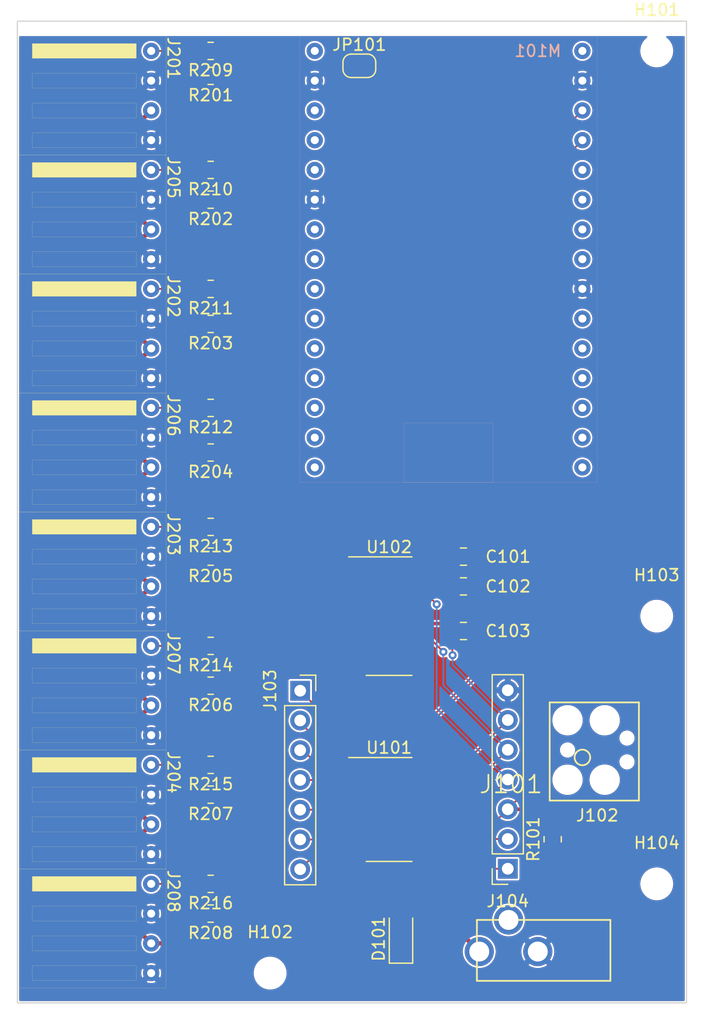
<source format=kicad_pcb>
(kicad_pcb (version 20211014) (generator pcbnew)
  (layers (0 "F.Cu" signal) (31 "B.Cu" signal) (34 "B.Paste" user) (35 "F.Paste" user) (36 "B.SilkS" user "B.Silkscreen") (37 "F.SilkS" user "F.Silkscreen") (38 "B.Mask" user) (39 "F.Mask" user) (44 "Edge.Cuts" user))
  (net 0 "")
  (net 1 "/VDD")
  (net 2 "GND")
  (net 3 "/PA3_LATCH")
  (net 4 "/5V_OUT")
  (net 6 "/PA0_PDI")
  (net 10 "/PA4_~{ENABLE}")
  (net 11 "/PA5")
  (net 12 "/PA6")
  (net 13 "/PA7")
  (net 14 "/PB3_RxD")
  (net 15 "/PB2_TxD")
  (net 16 "/PB1")
  (net 17 "/PB0")
  (net 18 "/PA1_DATA")
  (net 19 "/PA2_CLK")
  (net 20 "/Channels/NP_DATA_0")
  (net 21 "/Channels/NP_DATA_2")
  (net 22 "/Channels/NP_DATA_4")
  (net 23 "/Channels/NP_DATA_6")
  (net 24 "/Channels/NP_DATA_1")
  (net 25 "/Channels/NP_DATA_3")
  (net 26 "/Channels/NP_DATA_5")
  (net 27 "/Channels/NP_DATA_7")
  (net 28 "Net-(JP101-Pad1)")
  (net 52 "/CHANNEL_0")
  (net 53 "/CHANNEL_1")
  (net 54 "/CHANNEL_2")
  (net 55 "/CHANNEL_3")
  (net 56 "/CHANNEL_4")
  (net 57 "/CHANNEL_5")
  (net 58 "/CHANNEL_6")
  (net 59 "/CHANNEL_7")
  (footprint "Resistor_SMD:R_0805_2012Metric" (layer "F.Cu") (at 110.49 49.53 180)
    (fp_text reference "R210" (at 0 -1.65) (layer "F.SilkS"))
    (fp_text value "470")
    (pad "1" smd roundrect (at -0.9125 0 180) (size 1.025 1.4) (layers "F.Cu" "F.Paste" "F.Mask") (roundrect_rratio 0.243902) (net 53 "/CHANNEL_1"))
    (pad "2" smd roundrect (at 0.9125 0 180) (size 1.025 1.4) (layers "F.Cu" "F.Paste" "F.Mask") (roundrect_rratio 0.243902) (net 24 "/Channels/NP_DATA_1"))
  )
  (footprint "Package_SO:SOIC-16_3.9x9.9mm_P1.27mm" (layer "F.Cu") (at 125.73 87.63)
    (fp_text reference "U102" (at 0 -5.9) (layer "F.SilkS"))
    (fp_text value "74LS595")
    (pad "1" smd roundrect (at -2.475 -4.445) (size 1.95 0.6) (layers "F.Cu" "F.Paste" "F.Mask") (net 53 "/CHANNEL_1"))
    (pad "2" smd roundrect (at -2.475 -3.175) (size 1.95 0.6) (layers "F.Cu" "F.Paste" "F.Mask") (net 54 "/CHANNEL_2"))
    (pad "3" smd roundrect (at -2.475 -1.905) (size 1.95 0.6) (layers "F.Cu" "F.Paste" "F.Mask") (net 55 "/CHANNEL_3"))
    (pad "4" smd roundrect (at -2.475 -0.635) (size 1.95 0.6) (layers "F.Cu" "F.Paste" "F.Mask") (net 56 "/CHANNEL_4"))
    (pad "5" smd roundrect (at -2.475 0.635) (size 1.95 0.6) (layers "F.Cu" "F.Paste" "F.Mask") (net 57 "/CHANNEL_5"))
    (pad "6" smd roundrect (at -2.475 1.905) (size 1.95 0.6) (layers "F.Cu" "F.Paste" "F.Mask") (net 58 "/CHANNEL_6"))
    (pad "7" smd roundrect (at -2.475 3.175) (size 1.95 0.6) (layers "F.Cu" "F.Paste" "F.Mask") (net 59 "/CHANNEL_7"))
    (pad "8" smd roundrect (at -2.475 4.445) (size 1.95 0.6) (layers "F.Cu" "F.Paste" "F.Mask") (net 2 "GND"))
    (pad "9" smd roundrect (at 2.475 4.445) (size 1.95 0.6) (layers "F.Cu" "F.Paste" "F.Mask"))
    (pad "10" smd roundrect (at 2.475 3.175) (size 1.95 0.6) (layers "F.Cu" "F.Paste" "F.Mask") (net 1 "/VDD"))
    (pad "11" smd roundrect (at 2.475 1.905) (size 1.95 0.6) (layers "F.Cu" "F.Paste" "F.Mask") (net 19 "/PA2_CLK"))
    (pad "12" smd roundrect (at 2.475 0.635) (size 1.95 0.6) (layers "F.Cu" "F.Paste" "F.Mask") (net 3 "/PA3_LATCH"))
    (pad "13" smd roundrect (at 2.475 -0.635) (size 1.95 0.6) (layers "F.Cu" "F.Paste" "F.Mask") (net 10 "/PA4_~{ENABLE}"))
    (pad "14" smd roundrect (at 2.475 -1.905) (size 1.95 0.6) (layers "F.Cu" "F.Paste" "F.Mask") (net 18 "/PA1_DATA"))
    (pad "15" smd roundrect (at 2.475 -3.175) (size 1.95 0.6) (layers "F.Cu" "F.Paste" "F.Mask") (net 52 "/CHANNEL_0"))
    (pad "16" smd roundrect (at 2.475 -4.445) (size 1.95 0.6) (layers "F.Cu" "F.Paste" "F.Mask") (net 1 "/VDD"))
  )
  (footprint "Connector_PinSocket_2.54mm:PinSocket_1x07_P2.54mm_Vertical" (layer "F.Cu") (at 135.865 109.2 180)
    (fp_text reference "J104" (at 0 -2.77) (layer "F.SilkS"))
    (fp_text value "Conn_01x07_Female")
    (pad "1" thru_hole rect (at 0 0 180) (size 1.7 1.7) (drill 1) (layers *.Cu *.Mask) (net 16 "/PB1"))
    (pad "2" thru_hole oval (at 0 2.54 180) (size 1.7 1.7) (drill 1) (layers *.Cu *.Mask) (net 17 "/PB0"))
    (pad "3" thru_hole oval (at 0 5.08 180) (size 1.7 1.7) (drill 1) (layers *.Cu *.Mask) (net 6 "/PA0_PDI"))
    (pad "4" thru_hole oval (at 0 7.62 180) (size 1.7 1.7) (drill 1) (layers *.Cu *.Mask) (net 18 "/PA1_DATA"))
    (pad "5" thru_hole oval (at 0 10.16 180) (size 1.7 1.7) (drill 1) (layers *.Cu *.Mask) (net 19 "/PA2_CLK"))
    (pad "6" thru_hole oval (at 0 12.7 180) (size 1.7 1.7) (drill 1) (layers *.Cu *.Mask) (net 3 "/PA3_LATCH"))
    (pad "7" thru_hole oval (at 0 15.24 180) (size 1.7 1.7) (drill 1) (layers *.Cu *.Mask) (net 2 "GND"))
  )
  (footprint "advent_sternla:CONN_ANGLED_4_2.54" (layer "F.Cu") (at 105.41 39.37 -90)
    (fp_text reference "J201" (at 0.635 -1.905 -90 unlocked) (layer "F.SilkS"))
    (fp_text value "Strip 0")
    (pad "1" thru_hole circle (at 0 0 270) (size 1.397 1.397) (drill 0.6858) (layers *.Cu *.Mask) (net 20 "/Channels/NP_DATA_0"))
    (pad "2" thru_hole circle (at 2.54 0 270) (size 1.397 1.397) (drill 0.6858) (layers *.Cu *.Mask) (net 2 "GND"))
    (pad "3" thru_hole circle (at 5.08 0 270) (size 1.397 1.397) (drill 0.6858) (layers *.Cu *.Mask) (net 4 "/5V_OUT"))
    (pad "4" thru_hole circle (at 7.62 0 270) (size 1.397 1.397) (drill 0.6858) (layers *.Cu *.Mask) (net 2 "GND"))
  )
  (footprint "Resistor_SMD:R_0805_2012Metric" (layer "F.Cu") (at 110.49 82.55 180)
    (fp_text reference "R205" (at 0 -1.65) (layer "F.SilkS"))
    (fp_text value "10k")
    (pad "1" smd roundrect (at -0.9125 0 180) (size 1.025 1.4) (layers "F.Cu" "F.Paste" "F.Mask") (roundrect_rratio 0.243902) (net 56 "/CHANNEL_4"))
    (pad "2" smd roundrect (at 0.9125 0 180) (size 1.025 1.4) (layers "F.Cu" "F.Paste" "F.Mask") (roundrect_rratio 0.243902) (net 2 "GND"))
  )
  (footprint "MountingHole:MountingHole_2.5mm" (layer "F.Cu") (at 115.57 118.11)
    (fp_text reference "H102" (at 0 -3.5) (layer "F.SilkS"))
    (fp_text value "MountingHole")
    (pad "" np_thru_hole circle (at 0 0) (size 2.5 2.5) (drill 2.5) (layers *.Cu *.Mask))
  )
  (footprint "Resistor_SMD:R_0805_2012Metric" (layer "F.Cu") (at 110.49 59.69 180)
    (fp_text reference "R211" (at 0 -1.65) (layer "F.SilkS"))
    (fp_text value "470")
    (pad "1" smd roundrect (at -0.9125 0 180) (size 1.025 1.4) (layers "F.Cu" "F.Paste" "F.Mask") (roundrect_rratio 0.243902) (net 54 "/CHANNEL_2"))
    (pad "2" smd roundrect (at 0.9125 0 180) (size 1.025 1.4) (layers "F.Cu" "F.Paste" "F.Mask") (roundrect_rratio 0.243902) (net 21 "/Channels/NP_DATA_2"))
  )
  (footprint "Resistor_SMD:R_0805_2012Metric" (layer "F.Cu") (at 110.49 110.49 180)
    (fp_text reference "R216" (at 0 -1.65) (layer "F.SilkS"))
    (fp_text value "470")
    (pad "1" smd roundrect (at -0.9125 0 180) (size 1.025 1.4) (layers "F.Cu" "F.Paste" "F.Mask") (roundrect_rratio 0.243902) (net 59 "/CHANNEL_7"))
    (pad "2" smd roundrect (at 0.9125 0 180) (size 1.025 1.4) (layers "F.Cu" "F.Paste" "F.Mask") (roundrect_rratio 0.243902) (net 27 "/Channels/NP_DATA_7"))
  )
  (footprint "Resistor_SMD:R_0805_2012Metric" (layer "F.Cu") (at 110.49 52.07 180)
    (fp_text reference "R202" (at 0 -1.65) (layer "F.SilkS"))
    (fp_text value "10k")
    (pad "1" smd roundrect (at -0.9125 0 180) (size 1.025 1.4) (layers "F.Cu" "F.Paste" "F.Mask") (roundrect_rratio 0.243902) (net 53 "/CHANNEL_1"))
    (pad "2" smd roundrect (at 0.9125 0 180) (size 1.025 1.4) (layers "F.Cu" "F.Paste" "F.Mask") (roundrect_rratio 0.243902) (net 2 "GND"))
  )
  (footprint "Connector_PinSocket_2.54mm:PinSocket_1x07_P2.54mm_Vertical" (layer "F.Cu") (at 118.135 94)
    (fp_text reference "J103" (at -2.565 -0.02 90) (layer "F.SilkS"))
    (fp_text value "Conn_01x07_Female")
    (pad "1" thru_hole rect (at 0 0) (size 1.7 1.7) (drill 1) (layers *.Cu *.Mask) (net 1 "/VDD"))
    (pad "2" thru_hole oval (at 0 2.54) (size 1.7 1.7) (drill 1) (layers *.Cu *.Mask) (net 10 "/PA4_~{ENABLE}"))
    (pad "3" thru_hole oval (at 0 5.08) (size 1.7 1.7) (drill 1) (layers *.Cu *.Mask) (net 11 "/PA5"))
    (pad "4" thru_hole oval (at 0 7.62) (size 1.7 1.7) (drill 1) (layers *.Cu *.Mask) (net 12 "/PA6"))
    (pad "5" thru_hole oval (at 0 10.16) (size 1.7 1.7) (drill 1) (layers *.Cu *.Mask) (net 13 "/PA7"))
    (pad "6" thru_hole oval (at 0 12.7) (size 1.7 1.7) (drill 1) (layers *.Cu *.Mask) (net 14 "/PB3_RxD"))
    (pad "7" thru_hole oval (at 0 15.24) (size 1.7 1.7) (drill 1) (layers *.Cu *.Mask) (net 15 "/PB2_TxD"))
  )
  (footprint "Resistor_SMD:R_0805_2012Metric" (layer "F.Cu") (at 110.49 113.03 180)
    (fp_text reference "R208" (at 0 -1.65) (layer "F.SilkS"))
    (fp_text value "10k")
    (pad "1" smd roundrect (at -0.9125 0 180) (size 1.025 1.4) (layers "F.Cu" "F.Paste" "F.Mask") (roundrect_rratio 0.243902) (net 59 "/CHANNEL_7"))
    (pad "2" smd roundrect (at 0.9125 0 180) (size 1.025 1.4) (layers "F.Cu" "F.Paste" "F.Mask") (roundrect_rratio 0.243902) (net 2 "GND"))
  )
  (footprint "advent_sternla:CONN_ANGLED_4_2.54" (layer "F.Cu") (at 105.41 69.85 -90)
    (fp_text reference "J206" (at 0.635 -1.905 -90 unlocked) (layer "F.SilkS"))
    (fp_text value "Strip 3")
    (pad "1" thru_hole circle (at 0 0 270) (size 1.397 1.397) (drill 0.6858) (layers *.Cu *.Mask) (net 25 "/Channels/NP_DATA_3"))
    (pad "2" thru_hole circle (at 2.54 0 270) (size 1.397 1.397) (drill 0.6858) (layers *.Cu *.Mask) (net 2 "GND"))
    (pad "3" thru_hole circle (at 5.08 0 270) (size 1.397 1.397) (drill 0.6858) (layers *.Cu *.Mask) (net 4 "/5V_OUT"))
    (pad "4" thru_hole circle (at 7.62 0 270) (size 1.397 1.397) (drill 0.6858) (layers *.Cu *.Mask) (net 2 "GND"))
  )
  (footprint "advent_sternla:CONN_PWR_JACK_1_3X3_5MM_SOLDER" (layer "F.Cu") (at 135.93 116.27 180)
    (fp_text reference "J101" (at -0.21 14.28) (layer "F.SilkS") (effects (font (size 1.5 1.5))))
    (fp_text value "Barrel_Jack_Switch")
    (pad "1" thru_hole circle locked (at 2.5 0 180) (size 2.5 2.5) (drill 1.7) (layers *.Cu *.Mask) (net 4 "/5V_OUT"))
    (pad "2" thru_hole circle locked (at -2.5 0 180) (size 2.5 2.5) (drill 1.7) (layers *.Cu *.Mask) (net 2 "GND"))
    (pad "3" thru_hole circle locked (at 0 2.7 180) (size 2.5 2.5) (drill 1.7) (layers *.Cu *.Mask))
  )
  (footprint "Resistor_SMD:R_0805_2012Metric" (layer "F.Cu") (at 110.49 39.37 180)
    (fp_text reference "R209" (at 0 -1.65) (layer "F.SilkS"))
    (fp_text value "470")
    (pad "1" smd roundrect (at -0.9125 0 180) (size 1.025 1.4) (layers "F.Cu" "F.Paste" "F.Mask") (roundrect_rratio 0.243902) (net 52 "/CHANNEL_0"))
    (pad "2" smd roundrect (at 0.9125 0 180) (size 1.025 1.4) (layers "F.Cu" "F.Paste" "F.Mask") (roundrect_rratio 0.243902) (net 20 "/Channels/NP_DATA_0"))
  )
  (footprint "Resistor_SMD:R_0805_2012Metric" (layer "F.Cu") (at 110.49 93.57 180)
    (fp_text reference "R206" (at 0 -1.65) (layer "F.SilkS"))
    (fp_text value "10k")
    (pad "1" smd roundrect (at -0.9125 0 180) (size 1.025 1.4) (layers "F.Cu" "F.Paste" "F.Mask") (roundrect_rratio 0.243902) (net 57 "/CHANNEL_5"))
    (pad "2" smd roundrect (at 0.9125 0 180) (size 1.025 1.4) (layers "F.Cu" "F.Paste" "F.Mask") (roundrect_rratio 0.243902) (net 2 "GND"))
  )
  (footprint "Resistor_SMD:R_0805_2012Metric" (layer "F.Cu") (at 110.49 62.68 180)
    (fp_text reference "R203" (at 0 -1.65) (layer "F.SilkS"))
    (fp_text value "10k")
    (pad "1" smd roundrect (at -0.9125 0 180) (size 1.025 1.4) (layers "F.Cu" "F.Paste" "F.Mask") (roundrect_rratio 0.243902) (net 54 "/CHANNEL_2"))
    (pad "2" smd roundrect (at 0.9125 0 180) (size 1.025 1.4) (layers "F.Cu" "F.Paste" "F.Mask") (roundrect_rratio 0.243902) (net 2 "GND"))
  )
  (footprint "advent_sternla:CONN_ANGLED_4_2.54" (layer "F.Cu") (at 105.41 59.69 -90)
    (fp_text reference "J202" (at 0.635 -1.905 -90 unlocked) (layer "F.SilkS"))
    (fp_text value "Strip 2")
    (pad "1" thru_hole circle (at 0 0 270) (size 1.397 1.397) (drill 0.6858) (layers *.Cu *.Mask) (net 21 "/Channels/NP_DATA_2"))
    (pad "2" thru_hole circle (at 2.54 0 270) (size 1.397 1.397) (drill 0.6858) (layers *.Cu *.Mask) (net 2 "GND"))
    (pad "3" thru_hole circle (at 5.08 0 270) (size 1.397 1.397) (drill 0.6858) (layers *.Cu *.Mask) (net 4 "/5V_OUT"))
    (pad "4" thru_hole circle (at 7.62 0 270) (size 1.397 1.397) (drill 0.6858) (layers *.Cu *.Mask) (net 2 "GND"))
  )
  (footprint "Resistor_SMD:R_0805_2012Metric" (layer "F.Cu") (at 110.49 102.87 180)
    (fp_text reference "R207" (at 0 -1.65) (layer "F.SilkS"))
    (fp_text value "10k")
    (pad "1" smd roundrect (at -0.9125 0 180) (size 1.025 1.4) (layers "F.Cu" "F.Paste" "F.Mask") (roundrect_rratio 0.243902) (net 58 "/CHANNEL_6"))
    (pad "2" smd roundrect (at 0.9125 0 180) (size 1.025 1.4) (layers "F.Cu" "F.Paste" "F.Mask") (roundrect_rratio 0.243902) (net 2 "GND"))
  )
  (footprint "Resistor_SMD:R_0805_2012Metric" (layer "F.Cu") (at 110.49 100.33 180)
    (fp_text reference "R215" (at 0 -1.65) (layer "F.SilkS"))
    (fp_text value "470")
    (pad "1" smd roundrect (at -0.9125 0 180) (size 1.025 1.4) (layers "F.Cu" "F.Paste" "F.Mask") (roundrect_rratio 0.243902) (net 58 "/CHANNEL_6"))
    (pad "2" smd roundrect (at 0.9125 0 180) (size 1.025 1.4) (layers "F.Cu" "F.Paste" "F.Mask") (roundrect_rratio 0.243902) (net 23 "/Channels/NP_DATA_6"))
  )
  (footprint "Resistor_SMD:R_0805_2012Metric" (layer "F.Cu") (at 110.49 41.5 180)
    (fp_text reference "R201" (at 0 -1.65) (layer "F.SilkS"))
    (fp_text value "10k")
    (pad "1" smd roundrect (at -0.9125 0 180) (size 1.025 1.4) (layers "F.Cu" "F.Paste" "F.Mask") (roundrect_rratio 0.243902) (net 52 "/CHANNEL_0"))
    (pad "2" smd roundrect (at 0.9125 0 180) (size 1.025 1.4) (layers "F.Cu" "F.Paste" "F.Mask") (roundrect_rratio 0.243902) (net 2 "GND"))
  )
  (footprint "Resistor_SMD:R_0805_2012Metric" (layer "F.Cu") (at 139.7 106.68 90)
    (fp_text reference "R101" (at 0 -1.65 90) (layer "F.SilkS"))
    (fp_text value "47kΩ")
    (pad "1" smd roundrect (at -0.9125 0 90) (size 1.025 1.4) (layers "F.Cu" "F.Paste" "F.Mask") (roundrect_rratio 0.243902) (net 1 "/VDD"))
    (pad "2" smd roundrect (at 0.9125 0 90) (size 1.025 1.4) (layers "F.Cu" "F.Paste" "F.Mask") (roundrect_rratio 0.243902) (net 6 "/PA0_PDI"))
  )
  (footprint "advent_sternla:CONN_ANGLED_4_2.54" (layer "F.Cu") (at 105.41 80.010001 -90)
    (fp_text reference "J203" (at 0.635 -1.905 -90 unlocked) (layer "F.SilkS"))
    (fp_text value "Strip 4")
    (pad "1" thru_hole circle (at 0 0 270) (size 1.397 1.397) (drill 0.6858) (layers *.Cu *.Mask) (net 22 "/Channels/NP_DATA_4"))
    (pad "2" thru_hole circle (at 2.54 0 270) (size 1.397 1.397) (drill 0.6858) (layers *.Cu *.Mask) (net 2 "GND"))
    (pad "3" thru_hole circle (at 5.08 0 270) (size 1.397 1.397) (drill 0.6858) (layers *.Cu *.Mask) (net 4 "/5V_OUT"))
    (pad "4" thru_hole circle (at 7.62 0 270) (size 1.397 1.397) (drill 0.6858) (layers *.Cu *.Mask) (net 2 "GND"))
  )
  (footprint "Package_SO:SOIC-14_3.9x8.7mm_P1.27mm" (layer "F.Cu") (at 125.73 104.14)
    (fp_text reference "U101" (at 0 -5.28) (layer "F.SilkS"))
    (fp_text value "ATtiny1614-SS")
    (pad "1" smd roundrect (at -2.475 -3.81) (size 1.95 0.6) (layers "F.Cu" "F.Paste" "F.Mask") (net 1 "/VDD"))
    (pad "2" smd roundrect (at -2.475 -2.54) (size 1.95 0.6) (layers "F.Cu" "F.Paste" "F.Mask") (net 10 "/PA4_~{ENABLE}"))
    (pad "3" smd roundrect (at -2.475 -1.27) (size 1.95 0.6) (layers "F.Cu" "F.Paste" "F.Mask") (net 11 "/PA5"))
    (pad "4" smd roundrect (at -2.475 0) (size 1.95 0.6) (layers "F.Cu" "F.Paste" "F.Mask") (net 12 "/PA6"))
    (pad "5" smd roundrect (at -2.475 1.27) (size 1.95 0.6) (layers "F.Cu" "F.Paste" "F.Mask") (net 13 "/PA7"))
    (pad "6" smd roundrect (at -2.475 2.54) (size 1.95 0.6) (layers "F.Cu" "F.Paste" "F.Mask") (net 14 "/PB3_RxD"))
    (pad "7" smd roundrect (at -2.475 3.81) (size 1.95 0.6) (layers "F.Cu" "F.Paste" "F.Mask") (net 15 "/PB2_TxD"))
    (pad "8" smd roundrect (at 2.475 3.81) (size 1.95 0.6) (layers "F.Cu" "F.Paste" "F.Mask") (net 16 "/PB1"))
    (pad "9" smd roundrect (at 2.475 2.54) (size 1.95 0.6) (layers "F.Cu" "F.Paste" "F.Mask") (net 17 "/PB0"))
    (pad "10" smd roundrect (at 2.475 1.27) (size 1.95 0.6) (layers "F.Cu" "F.Paste" "F.Mask") (net 6 "/PA0_PDI"))
    (pad "11" smd roundrect (at 2.475 0) (size 1.95 0.6) (layers "F.Cu" "F.Paste" "F.Mask") (net 18 "/PA1_DATA"))
    (pad "12" smd roundrect (at 2.475 -1.27) (size 1.95 0.6) (layers "F.Cu" "F.Paste" "F.Mask") (net 19 "/PA2_CLK"))
    (pad "13" smd roundrect (at 2.475 -2.54) (size 1.95 0.6) (layers "F.Cu" "F.Paste" "F.Mask") (net 3 "/PA3_LATCH"))
    (pad "14" smd roundrect (at 2.475 -3.81) (size 1.95 0.6) (layers "F.Cu" "F.Paste" "F.Mask") (net 2 "GND"))
  )
  (footprint "Resistor_SMD:R_0805_2012Metric" (layer "F.Cu") (at 110.49 90.17 180)
    (fp_text reference "R214" (at 0 -1.65) (layer "F.SilkS"))
    (fp_text value "470")
    (pad "1" smd roundrect (at -0.9125 0 180) (size 1.025 1.4) (layers "F.Cu" "F.Paste" "F.Mask") (roundrect_rratio 0.243902) (net 57 "/CHANNEL_5"))
    (pad "2" smd roundrect (at 0.9125 0 180) (size 1.025 1.4) (layers "F.Cu" "F.Paste" "F.Mask") (roundrect_rratio 0.243902) (net 26 "/Channels/NP_DATA_5"))
  )
  (footprint "Capacitor_SMD:C_0805_2012Metric" (layer "F.Cu") (at 132.08 85.09)
    (fp_text reference "C102" (at 3.81 0) (layer "F.SilkS"))
    (fp_text value "100nF")
    (pad "1" smd roundrect (at -0.95 0) (size 1 1.45) (layers "F.Cu" "F.Paste" "F.Mask") (net 1 "/VDD"))
    (pad "2" smd roundrect (at 0.95 0) (size 1 1.45) (layers "F.Cu" "F.Paste" "F.Mask") (net 2 "GND"))
  )
  (footprint "Capacitor_SMD:C_0805_2012Metric" (layer "F.Cu") (at 132.08 82.55)
    (fp_text reference "C101" (at 3.81 0) (layer "F.SilkS"))
    (fp_text value "1μF 16V")
    (pad "1" smd roundrect (at -0.95 0) (size 1 1.45) (layers "F.Cu" "F.Paste" "F.Mask") (net 1 "/VDD"))
    (pad "2" smd roundrect (at 0.95 0) (size 1 1.45) (layers "F.Cu" "F.Paste" "F.Mask") (net 2 "GND"))
  )
  (footprint "advent_sternla:CONN_ANGLED_4_2.54" (layer "F.Cu") (at 105.41 110.49 -90)
    (fp_text reference "J208" (at 0.635 -1.905 -90 unlocked) (layer "F.SilkS"))
    (fp_text value "Strip 7")
    (pad "1" thru_hole circle (at 0 0 270) (size 1.397 1.397) (drill 0.6858) (layers *.Cu *.Mask) (net 27 "/Channels/NP_DATA_7"))
    (pad "2" thru_hole circle (at 2.54 0 270) (size 1.397 1.397) (drill 0.6858) (layers *.Cu *.Mask) (net 2 "GND"))
    (pad "3" thru_hole circle (at 5.08 0 270) (size 1.397 1.397) (drill 0.6858) (layers *.Cu *.Mask) (net 4 "/5V_OUT"))
    (pad "4" thru_hole circle (at 7.62 0 270) (size 1.397 1.397) (drill 0.6858) (layers *.Cu *.Mask) (net 2 "GND"))
  )
  (footprint "advent_sternla:CONN_ANGLED_4_2.54" (layer "F.Cu") (at 105.41 90.169999 -90)
    (fp_text reference "J207" (at 0.635 -1.905 -90 unlocked) (layer "F.SilkS"))
    (fp_text value "Strip 5")
    (pad "1" thru_hole circle (at 0 0 270) (size 1.397 1.397) (drill 0.6858) (layers *.Cu *.Mask) (net 26 "/Channels/NP_DATA_5"))
    (pad "2" thru_hole circle (at 2.54 0 270) (size 1.397 1.397) (drill 0.6858) (layers *.Cu *.Mask) (net 2 "GND"))
    (pad "3" thru_hole circle (at 5.08 0 270) (size 1.397 1.397) (drill 0.6858) (layers *.Cu *.Mask) (net 4 "/5V_OUT"))
    (pad "4" thru_hole circle (at 7.62 0 270) (size 1.397 1.397) (drill 0.6858) (layers *.Cu *.Mask) (net 2 "GND"))
  )
  (footprint "Resistor_SMD:R_0805_2012Metric" (layer "F.Cu") (at 110.49 80.01 180)
    (fp_text reference "R213" (at 0 -1.65) (layer "F.SilkS"))
    (fp_text value "470")
    (pad "1" smd roundrect (at -0.9125 0 180) (size 1.025 1.4) (layers "F.Cu" "F.Paste" "F.Mask") (roundrect_rratio 0.243902) (net 56 "/CHANNEL_4"))
    (pad "2" smd roundrect (at 0.9125 0 180) (size 1.025 1.4) (layers "F.Cu" "F.Paste" "F.Mask") (roundrect_rratio 0.243902) (net 22 "/Channels/NP_DATA_4"))
  )
  (footprint "Capacitor_SMD:C_0805_2012Metric" (layer "F.Cu") (at 132.08 88.9)
    (fp_text reference "C103" (at 3.81 0) (layer "F.SilkS"))
    (fp_text value "0.1μF 16V")
    (pad "1" smd roundrect (at -0.95 0) (size 1 1.45) (layers "F.Cu" "F.Paste" "F.Mask") (net 3 "/PA3_LATCH"))
    (pad "2" smd roundrect (at 0.95 0) (size 1 1.45) (layers "F.Cu" "F.Paste" "F.Mask") (net 2 "GND"))
  )
  (footprint "advent_sternla:CONN_ANGLED_4_2.54" (layer "F.Cu") (at 105.41 49.53 -90)
    (fp_text reference "J205" (at 0.635 -1.905 -90 unlocked) (layer "F.SilkS"))
    (fp_text value "Strip 1")
    (pad "1" thru_hole circle (at 0 0 270) (size 1.397 1.397) (drill 0.6858) (layers *.Cu *.Mask) (net 24 "/Channels/NP_DATA_1"))
    (pad "2" thru_hole circle (at 2.54 0 270) (size 1.397 1.397) (drill 0.6858) (layers *.Cu *.Mask) (net 2 "GND"))
    (pad "3" thru_hole circle (at 5.08 0 270) (size 1.397 1.397) (drill 0.6858) (layers *.Cu *.Mask) (net 4 "/5V_OUT"))
    (pad "4" thru_hole circle (at 7.62 0 270) (size 1.397 1.397) (drill 0.6858) (layers *.Cu *.Mask) (net 2 "GND"))
  )
  (footprint "Jumper:SolderJumper-2_P1.3mm_Bridged_RoundedPad1.0x1.5mm" (layer "F.Cu") (at 123.19 40.64)
    (fp_text reference "JP101" (at 0 -1.8) (layer "F.SilkS"))
    (fp_text value "Ext")
    (fp_poly (pts (xy 0.25 -0.3) (xy -0.25 -0.3) (xy -0.25 0.3) (xy 0.25 0.3)) (layer "F.Cu") (width 0) (fill solid))
    (pad "1" smd custom (at -0.65 0) (size 1 0.5) (layers "F.Cu" "F.Mask") (net 28 "Net-(JP101-Pad1)") (options (clearance outline) (anchor rect)) (primitives (gr_circle (center 0 0.25) (end 0.5 0.25) (width 0) (fill yes)) (gr_circle (center 0 -0.25) (end 0.5 -0.25) (width 0) (fill yes)) (gr_poly (pts (xy 0.5 0.75) (xy 0 0.75) (xy 0 -0.75) (xy 0.5 -0.75)) (width 0) (fill yes))))
    (pad "2" smd custom (at 0.65 0) (size 1 0.5) (layers "F.Cu" "F.Mask") (net 1 "/VDD") (options (clearance outline) (anchor rect)) (primitives (gr_circle (center 0 0.25) (end 0.5 0.25) (width 0) (fill yes)) (gr_circle (center 0 -0.25) (end 0.5 -0.25) (width 0) (fill yes)) (gr_poly (pts (xy 0 0.75) (xy -0.5 0.75) (xy -0.5 -0.75) (xy 0 -0.75)) (width 0) (fill yes))))
  )
  (footprint "Resistor_SMD:R_0805_2012Metric" (layer "F.Cu") (at 110.49 69.85 180)
    (fp_text reference "R212" (at 0 -1.65) (layer "F.SilkS"))
    (fp_text value "470")
    (pad "1" smd roundrect (at -0.9125 0 180) (size 1.025 1.4) (layers "F.Cu" "F.Paste" "F.Mask") (roundrect_rratio 0.243902) (net 55 "/CHANNEL_3"))
    (pad "2" smd roundrect (at 0.9125 0 180) (size 1.025 1.4) (layers "F.Cu" "F.Paste" "F.Mask") (roundrect_rratio 0.243902) (net 25 "/Channels/NP_DATA_3"))
  )
  (footprint "MountingHole:MountingHole_2.5mm" (layer "F.Cu") (at 148.59 39.37)
    (fp_text reference "H101" (at 0 -3.5) (layer "F.SilkS"))
    (fp_text value "MountingHole")
    (pad "" np_thru_hole circle (at 0 0) (size 2.5 2.5) (drill 2.5) (layers *.Cu *.Mask))
  )
  (footprint "Diode_SMD:D_SOD-123F" (layer "F.Cu") (at 126.746 115.062 90)
    (fp_text reference "D101" (at -0.127 -1.905 90) (layer "F.SilkS"))
    (fp_text value "1N4148WSTR")
    (pad "1" smd rect (at -1.4 0 90) (size 1.1 1.1) (layers "F.Cu" "F.Paste" "F.Mask") (net 4 "/5V_OUT"))
    (pad "2" smd rect (at 1.4 0 90) (size 1.1 1.1) (layers "F.Cu" "F.Paste" "F.Mask") (net 1 "/VDD"))
  )
  (footprint "MountingHole:MountingHole_2.5mm" (layer "F.Cu") (at 148.59 110.49)
    (fp_text reference "H104" (at 0 -3.5) (layer "F.SilkS"))
    (fp_text value "MountingHole")
    (pad "" np_thru_hole circle (at 0 0) (size 2.5 2.5) (drill 2.5) (layers *.Cu *.Mask))
  )
  (footprint "advent_sternla:TC2030-IDC-FP_ISP_Connector" (layer "F.Cu") (at 143.51 99.06)
    (fp_text reference "J102" (at 0 5.588) (layer "F.SilkS"))
    (fp_text value "UDP" hide)
    (pad "" np_thru_hole circle locked (at 2.54 1.016) (size 0.9906 0.9906) (drill 0.9906) (layers *.Cu *.Mask "F.SilkS"))
    (pad "" np_thru_hole circle locked (at 0.635 2.54) (size 2.286 2.286) (drill 2.286) (layers *.Cu *.Mask "F.SilkS"))
    (pad "" np_thru_hole circle locked (at 2.54 -1.016) (size 0.9906 0.9906) (drill 0.9906) (layers *.Cu *.Mask "F.SilkS"))
    (pad "" np_thru_hole circle locked (at 0.635 -2.54) (size 2.286 2.286) (drill 2.286) (layers *.Cu *.Mask "F.SilkS"))
    (pad "" np_thru_hole circle locked (at -2.54 -2.54) (size 2.286 2.286) (drill 2.286) (layers *.Cu *.Mask "F.SilkS"))
    (pad "" np_thru_hole circle locked (at -2.54 0) (size 0.9906 0.9906) (drill 0.9906) (layers *.Cu *.Mask "F.SilkS"))
    (pad "" np_thru_hole circle locked (at -2.54 2.54) (size 2.286 2.286) (drill 2.286) (layers *.Cu *.Mask "F.SilkS"))
    (pad "1" connect circle locked (at -1.27 0.635) (size 0.9906 0.9906) (layers "F.Cu" "F.Mask") (net 6 "/PA0_PDI"))
    (pad "2" connect circle locked (at -1.27 -0.635) (size 0.9906 0.9906) (layers "F.Cu" "F.Mask") (net 1 "/VDD"))
    (pad "3" connect circle locked (at 0 0.635) (size 0.9906 0.9906) (layers "F.Cu" "F.Mask"))
    (pad "4" connect circle locked (at 0 -0.635) (size 0.9906 0.9906) (layers "F.Cu" "F.Mask"))
    (pad "5" connect circle locked (at 1.27 0.635) (size 0.9906 0.9906) (layers "F.Cu" "F.Mask"))
    (pad "6" connect circle locked (at 1.27 -0.635) (size 0.9906 0.9906) (layers "F.Cu" "F.Mask") (net 2 "GND"))
  )
  (footprint "advent_sternla:CONN_ANGLED_4_2.54" (layer "F.Cu") (at 105.41 100.329999 -90)
    (fp_text reference "J204" (at 0.635 -1.905 -90 unlocked) (layer "F.SilkS"))
    (fp_text value "Strip 6")
    (pad "1" thru_hole circle (at 0 0 270) (size 1.397 1.397) (drill 0.6858) (layers *.Cu *.Mask) (net 23 "/Channels/NP_DATA_6"))
    (pad "2" thru_hole circle (at 2.54 0 270) (size 1.397 1.397) (drill 0.6858) (layers *.Cu *.Mask) (net 2 "GND"))
    (pad "3" thru_hole circle (at 5.08 0 270) (size 1.397 1.397) (drill 0.6858) (layers *.Cu *.Mask) (net 4 "/5V_OUT"))
    (pad "4" thru_hole circle (at 7.62 0 270) (size 1.397 1.397) (drill 0.6858) (layers *.Cu *.Mask) (net 2 "GND"))
  )
  (footprint "MountingHole:MountingHole_2.5mm" (layer "F.Cu") (at 148.59 87.63)
    (fp_text reference "H103" (at 0 -3.5) (layer "F.SilkS"))
    (fp_text value "MountingHole")
    (pad "" np_thru_hole circle (at 0 0) (size 2.5 2.5) (drill 2.5) (layers *.Cu *.Mask))
  )
  (footprint "Resistor_SMD:R_0805_2012Metric" (layer "F.Cu") (at 110.49 73.66 180)
    (fp_text reference "R204" (at 0 -1.65) (layer "F.SilkS"))
    (fp_text value "10k")
    (pad "1" smd roundrect (at -0.9125 0 180) (size 1.025 1.4) (layers "F.Cu" "F.Paste" "F.Mask") (roundrect_rratio 0.243902) (net 55 "/CHANNEL_3"))
    (pad "2" smd roundrect (at 0.9125 0 180) (size 1.025 1.4) (layers "F.Cu" "F.Paste" "F.Mask") (roundrect_rratio 0.243902) (net 2 "GND"))
  )
  (footprint "advent_sternla:NODEMCU_ESP8266" (layer "B.Cu") (at 130.81 58.42 180)
    (fp_text reference "M101" (at -7.62 19.05 unlocked) (layer "B.SilkS") (effects (justify mirror)))
    (fp_text value "NODEMCU_ESP8266")
    (pad "1" thru_hole circle (at -11.43 19.05 180) (size 1.397 1.397) (drill 0.6858) (layers *.Cu *.Mask))
    (pad "2" thru_hole circle (at -11.43 16.51 180) (size 1.397 1.397) (drill 0.6858) (layers *.Cu *.Mask) (net 2 "GND"))
    (pad "3" thru_hole circle (at -11.43 13.97 180) (size 1.397 1.397) (drill 0.6858) (layers *.Cu *.Mask) (net 14 "/PB3_RxD"))
    (pad "4" thru_hole circle (at -11.43 11.43 180) (size 1.397 1.397) (drill 0.6858) (layers *.Cu *.Mask) (net 15 "/PB2_TxD"))
    (pad "5" thru_hole circle (at -11.43 8.89 180) (size 1.397 1.397) (drill 0.6858) (layers *.Cu *.Mask))
    (pad "6" thru_hole circle (at -11.43 6.35 180) (size 1.397 1.397) (drill 0.6858) (layers *.Cu *.Mask))
    (pad "7" thru_hole circle (at -11.43 3.81 180) (size 1.397 1.397) (drill 0.6858) (layers *.Cu *.Mask))
    (pad "8" thru_hole circle (at -11.43 1.27 180) (size 1.397 1.397) (drill 0.6858) (layers *.Cu *.Mask))
    (pad "9" thru_hole circle (at -11.43 -1.27 180) (size 1.397 1.397) (drill 0.6858) (layers *.Cu *.Mask) (net 2 "GND"))
    (pad "10" thru_hole circle (at -11.43 -3.81 180) (size 1.397 1.397) (drill 0.6858) (layers *.Cu *.Mask))
    (pad "11" thru_hole circle (at -11.43 -6.35 180) (size 1.397 1.397) (drill 0.6858) (layers *.Cu *.Mask))
    (pad "12" thru_hole circle (at -11.43 -8.89 180) (size 1.397 1.397) (drill 0.6858) (layers *.Cu *.Mask))
    (pad "13" thru_hole circle (at -11.43 -11.43 180) (size 1.397 1.397) (drill 0.6858) (layers *.Cu *.Mask))
    (pad "14" thru_hole circle (at -11.43 -13.97 180) (size 1.397 1.397) (drill 0.6858) (layers *.Cu *.Mask))
    (pad "15" thru_hole circle (at -11.43 -16.51 180) (size 1.397 1.397) (drill 0.6858) (layers *.Cu *.Mask))
    (pad "16" thru_hole circle (at 11.43 -16.51 180) (size 1.397 1.397) (drill 0.6858) (layers *.Cu *.Mask))
    (pad "17" thru_hole circle (at 11.43 -13.97 180) (size 1.397 1.397) (drill 0.6858) (layers *.Cu *.Mask))
    (pad "18" thru_hole circle (at 11.43 -11.43 180) (size 1.397 1.397) (drill 0.6858) (layers *.Cu *.Mask))
    (pad "19" thru_hole circle (at 11.43 -8.89 180) (size 1.397 1.397) (drill 0.6858) (layers *.Cu *.Mask))
    (pad "20" thru_hole circle (at 11.43 -6.35 180) (size 1.397 1.397) (drill 0.6858) (layers *.Cu *.Mask))
    (pad "21" thru_hole circle (at 11.43 -3.81 180) (size 1.397 1.397) (drill 0.6858) (layers *.Cu *.Mask))
    (pad "22" thru_hole circle (at 11.43 -1.27 180) (size 1.397 1.397) (drill 0.6858) (layers *.Cu *.Mask))
    (pad "23" thru_hole circle (at 11.43 1.27 180) (size 1.397 1.397) (drill 0.6858) (layers *.Cu *.Mask))
    (pad "24" thru_hole circle (at 11.43 3.81 180) (size 1.397 1.397) (drill 0.6858) (layers *.Cu *.Mask))
    (pad "25" thru_hole circle (at 11.43 6.35 180) (size 1.397 1.397) (drill 0.6858) (layers *.Cu *.Mask) (net 2 "GND"))
    (pad "26" thru_hole circle (at 11.43 8.89 180) (size 1.397 1.397) (drill 0.6858) (layers *.Cu *.Mask))
    (pad "27" thru_hole circle (at 11.43 11.43 180) (size 1.397 1.397) (drill 0.6858) (layers *.Cu *.Mask))
    (pad "28" thru_hole circle (at 11.43 13.97 180) (size 1.397 1.397) (drill 0.6858) (layers *.Cu *.Mask))
    (pad "29" thru_hole circle (at 11.43 16.51 180) (size 1.397 1.397) (drill 0.6858) (layers *.Cu *.Mask) (net 2 "GND"))
    (pad "30" thru_hole circle (at 11.43 19.05 180) (size 1.397 1.397) (drill 0.6858) (layers *.Cu *.Mask) (net 28 "Net-(JP101-Pad1)"))
  )
  (gr_rect (start 93.98 36.83) (end 151.13 120.65) (layer "Edge.Cuts") (width 0.1) (fill none))
  (segment (start 123.255 99.12) (end 118.135 94) (width 0.1524) (layer "F.Cu") (net 1))
  (segment (start 123.84 40.64) (end 131.13 47.93) (width 0.3048) (layer "F.Cu") (net 1))
  (segment (start 128.84 82.55) (end 128.205 83.185) (width 0.3048) (layer "F.Cu") (net 1))
  (segment (start 123.255 100.33) (end 123.255 99.12) (width 0.1524) (layer "F.Cu") (net 1))
  (segment (start 131.13 85.09) (end 131.13 82.55) (width 0.3048) (layer "F.Cu") (net 1))
  (segment (start 131.13 47.93) (end 131.13 82.55) (width 0.3048) (layer "F.Cu") (net 1))
  (segment (start 131.13 82.55) (end 128.84 82.55) (width 0.3048) (layer "F.Cu") (net 1))
  (segment (start 131.13 88.9) (end 131.13 90.941765) (width 0.1524) (layer "F.Cu") (net 3))
  (segment (start 128.205 101.6) (end 130.765 101.6) (width 0.1524) (layer "F.Cu") (net 3))
  (segment (start 131.13 88.9) (end 130.495 88.265) (width 0.3048) (layer "F.Cu") (net 3))
  (segment (start 130.765 101.6) (end 135.865 96.5) (width 0.1524) (layer "F.Cu") (net 3))
  (segment (start 131.13 90.941765) (end 131.152333 90.964098) (width 0.1524) (layer "F.Cu") (net 3))
  (segment (start 130.495 88.265) (end 128.205 88.265) (width 0.3048) (layer "F.Cu") (net 3))
  (via (at 131.152333 90.964098) (size 0.6858) (drill 0.3302) (layers "F.Cu" "B.Cu") (net 3))
  (segment (start 135.865 96.5) (end 131.152333 91.787333) (width 0.1524) (layer "B.Cu") (net 3))
  (segment (start 131.152333 91.787333) (end 131.152333 90.964098) (width 0.1524) (layer "B.Cu") (net 3))
  (segment (start 125.6 115.57) (end 126.87 116.84) (width 0.381) (layer "F.Cu") (net 4))
  (segment (start 105.41 105.409999) (end 103.378 107.441999) (width 0.381) (layer "F.Cu") (net 4))
  (segment (start 103.378 76.962) (end 103.378 83.058001) (width 0.381) (layer "F.Cu") (net 4))
  (segment (start 103.378 52.578) (end 105.41 54.61) (width 0.381) (layer "F.Cu") (net 4))
  (segment (start 132.180001 115.020001) (end 133.43 116.27) (width 0.381) (layer "F.Cu") (net 4))
  (segment (start 103.378 72.898) (end 105.41 74.93) (width 0.381) (layer "F.Cu") (net 4))
  (segment (start 103.378 66.802) (end 103.378 72.898) (width 0.381) (layer "F.Cu") (net 4))
  (segment (start 105.41 74.93) (end 103.378 76.962) (width 0.381) (layer "F.Cu") (net 4))
  (segment (start 103.378 103.377999) (end 105.41 105.409999) (width 0.381) (layer "F.Cu") (net 4))
  (segment (start 103.378 113.538) (end 105.41 115.57) (width 0.381) (layer "F.Cu") (net 4))
  (segment (start 103.378 83.058001) (end 105.41 85.090001) (width 0.381) (layer "F.Cu") (net 4))
  (segment (start 105.41 85.090001) (end 103.378 87.122001) (width 0.381) (layer "F.Cu") (net 4))
  (segment (start 103.378 107.441999) (end 103.378 113.538) (width 0.381) (layer "F.Cu") (net 4))
  (segment (start 105.41 54.61) (end 103.378 56.642) (width 0.381) (layer "F.Cu") (net 4))
  (segment (start 103.378 62.738) (end 105.41 64.77) (width 0.381) (layer "F.Cu") (net 4))
  (segment (start 103.378 93.217999) (end 105.41 95.249999) (width 0.381) (layer "F.Cu") (net 4))
  (segment (start 105.41 44.45) (end 103.378 46.482) (width 0.381) (layer "F.Cu") (net 4))
  (segment (start 128.689999 115.020001) (end 132.180001 115.020001) (width 0.381) (layer "F.Cu") (net 4))
  (segment (start 103.378 97.281999) (end 103.378 103.377999) (width 0.381) (layer "F.Cu") (net 4))
  (segment (start 126.87 116.84) (end 128.689999 115.020001) (width 0.381) (layer "F.Cu") (net 4))
  (segment (start 103.378 87.122001) (end 103.378 93.217999) (width 0.381) (layer "F.Cu") (net 4))
  (segment (start 103.378 56.642) (end 103.378 62.738) (width 0.381) (layer "F.Cu") (net 4))
  (segment (start 105.41 95.249999) (end 103.378 97.281999) (width 0.381) (layer "F.Cu") (net 4))
  (segment (start 105.41 64.77) (end 103.378 66.802) (width 0.381) (layer "F.Cu") (net 4))
  (segment (start 105.41 115.57) (end 125.6 115.57) (width 0.381) (layer "F.Cu") (net 4))
  (segment (start 103.378 46.482) (end 103.378 52.578) (width 0.381) (layer "F.Cu") (net 4))
  (segment (start 142.24 99.695) (end 141.706121 100.228879) (width 0.1524) (layer "F.Cu") (net 6))
  (segment (start 134.575 105.41) (end 135.865 104.12) (width 0.1524) (layer "F.Cu") (net 6))
  (segment (start 139.7 105.7675) (end 138.0525 104.12) (width 0.3048) (layer "F.Cu") (net 6))
  (segment (start 138.0525 104.12) (end 135.865 104.12) (width 0.3048) (layer "F.Cu") (net 6))
  (segment (start 139.756121 100.228879) (end 135.865 104.12) (width 0.1524) (layer "F.Cu") (net 6))
  (segment (start 141.706121 100.228879) (end 139.756121 100.228879) (width 0.1524) (layer "F.Cu") (net 6))
  (segment (start 128.205 105.41) (end 134.575 105.41) (width 0.1524) (layer "F.Cu") (net 6))
  (segment (start 123.255 101.6) (end 123.015258 101.6) (width 0.1524) (layer "F.Cu") (net 10))
  (segment (start 118.135 96.719742) (end 118.135 96.54) (width 0.1524) (layer "F.Cu") (net 10))
  (segment (start 123.015258 101.6) (end 118.135 96.719742) (width 0.1524) (layer "F.Cu") (net 10))
  (segment (start 122.175618 102.87) (end 118.385618 99.08) (width 0.1524) (layer "F.Cu") (net 11))
  (segment (start 123.255 102.87) (end 122.175618 102.87) (width 0.1524) (layer "F.Cu") (net 11))
  (segment (start 118.385618 99.08) (end 118.135 99.08) (width 0.1524) (layer "F.Cu") (net 11))
  (segment (start 123.015258 104.14) (end 120.495258 101.62) (width 0.1524) (layer "F.Cu") (net 12))
  (segment (start 123.255 104.14) (end 123.015258 104.14) (width 0.1524) (layer "F.Cu") (net 12))
  (segment (start 120.495258 101.62) (end 118.135 101.62) (width 0.1524) (layer "F.Cu") (net 12))
  (segment (start 123.255 105.41) (end 123.015258 105.41) (width 0.1524) (layer "F.Cu") (net 13))
  (segment (start 123.015258 105.41) (end 121.765258 104.16) (width 0.1524) (layer "F.Cu") (net 13))
  (segment (start 121.765258 104.16) (end 118.135 104.16) (width 0.1524) (layer "F.Cu") (net 13))
  (segment (start 133.75812 91.87152) (end 124.45812 101.17152) (width 0.1524) (layer "F.Cu") (net 14))
  (segment (start 123.235 106.7) (end 118.135 106.7) (width 0.1524) (layer "F.Cu") (net 14))
  (segment (start 124.45812 101.17152) (end 124.45812 105.716622) (width 0.1524) (layer "F.Cu") (net 14))
  (segment (start 142.24 44.45) (end 133.75812 52.93188) (width 0.1524) (layer "F.Cu") (net 14))
  (segment (start 123.255 106.68) (end 123.235 106.7) (width 0.1524) (layer "F.Cu") (net 14))
  (segment (start 133.75812 52.93188) (end 133.75812 91.87152) (width 0.1524) (layer "F.Cu") (net 14))
  (segment (start 124.45812 105.716622) (end 123.494742 106.68) (width 0.1524) (layer "F.Cu") (net 14))
  (segment (start 123.494742 106.68) (end 123.255 106.68) (width 0.1524) (layer "F.Cu") (net 14))
  (segment (start 134.062431 55.167569) (end 134.062431 91.997569) (width 0.1524) (layer "F.Cu") (net 15))
  (segment (start 124.76243 101.29757) (end 124.76243 106.682312) (width 0.1524) (layer "F.Cu") (net 15))
  (segment (start 134.062431 91.997569) (end 124.76243 101.29757) (width 0.1524) (layer "F.Cu") (net 15))
  (segment (start 123.255 107.95) (end 119.425 107.95) (width 0.1524) (layer "F.Cu") (net 15))
  (segment (start 142.24 46.99) (end 134.062431 55.167569) (width 0.1524) (layer "F.Cu") (net 15))
  (segment (start 123.494742 107.95) (end 123.255 107.95) (width 0.1524) (layer "F.Cu") (net 15))
  (segment (start 119.425 107.95) (end 118.135 109.24) (width 0.1524) (layer "F.Cu") (net 15))
  (segment (start 124.76243 106.682312) (end 123.494742 107.95) (width 0.1524) (layer "F.Cu") (net 15))
  (segment (start 128.205 107.95) (end 129.455 109.2) (width 0.1524) (layer "F.Cu") (net 16))
  (segment (start 129.455 109.2) (end 135.865 109.2) (width 0.1524) (layer "F.Cu") (net 16))
  (segment (start 128.205 106.68) (end 128.225 106.66) (width 0.1524) (layer "F.Cu") (net 17))
  (segment (start 128.225 106.66) (end 135.865 106.66) (width 0.1524) (layer "F.Cu") (net 17))
  (segment (start 129.794 86.614) (end 128.905 85.725) (width 0.1524) (layer "F.Cu") (net 18))
  (segment (start 133.305 104.14) (end 135.865 101.58) (width 0.1524) (layer "F.Cu") (net 18))
  (segment (start 128.205 104.14) (end 133.305 104.14) (width 0.1524) (layer "F.Cu") (net 18))
  (segment (start 128.905 85.725) (end 128.205 85.725) (width 0.1524) (layer "F.Cu") (net 18))
  (via (at 129.794 86.614) (size 0.6858) (drill 0.3302) (layers "F.Cu" "B.Cu") (net 18))
  (segment (start 135.865 101.58) (end 129.794 95.509) (width 0.1524) (layer "B.Cu") (net 18))
  (segment (start 129.794 95.509) (end 129.794 86.614) (width 0.1524) (layer "B.Cu") (net 18))
  (segment (start 132.035 102.87) (end 135.865 99.04) (width 0.1524) (layer "F.Cu") (net 19))
  (segment (start 129.222 89.535) (end 130.365 90.678) (width 0.1524) (layer "F.Cu") (net 19))
  (segment (start 128.205 102.87) (end 132.035 102.87) (width 0.1524) (layer "F.Cu") (net 19))
  (segment (start 128.205 89.535) (end 129.222 89.535) (width 0.1524) (layer "F.Cu") (net 19))
  (via (at 130.365 90.678) (size 0.6858) (drill 0.3302) (layers "F.Cu" "B.Cu") (net 19))
  (segment (start 135.865 99.04) (end 130.365 93.54) (width 0.1524) (layer "B.Cu") (net 19))
  (segment (start 130.365 93.54) (end 130.365 90.678) (width 0.1524) (layer "B.Cu") (net 19))
  (segment (start 109.5775 39.37) (end 105.41 39.37) (width 0.1524) (layer "F.Cu") (net 20))
  (segment (start 109.5775 59.69) (end 105.41 59.69) (width 0.1524) (layer "F.Cu") (net 21))
  (segment (start 109.5775 80.01) (end 105.41 80.010001) (width 0.1524) (layer "F.Cu") (net 22))
  (segment (start 109.5775 100.33) (end 105.41 100.329999) (width 0.1524) (layer "F.Cu") (net 23))
  (segment (start 109.5775 49.53) (end 105.41 49.53) (width 0.1524) (layer "F.Cu") (net 24))
  (segment (start 105.41 69.85) (end 109.5775 69.85) (width 0.1524) (layer "F.Cu") (net 25))
  (segment (start 109.5775 90.17) (end 105.41 90.169999) (width 0.1524) (layer "F.Cu") (net 26))
  (segment (start 105.41 110.49) (end 109.5775 110.49) (width 0.1524) (layer "F.Cu") (net 27))
  (segment (start 111.4025 39.37) (end 111.4025 41.5) (width 0.1524) (layer "F.Cu") (net 52))
  (segment (start 126.365 84.455) (end 128.205 84.455) (width 0.1524) (layer "F.Cu") (net 52))
  (segment (start 117.37292 47.47042) (end 117.37292 78.00292) (width 0.1524) (layer "F.Cu") (net 52))
  (segment (start 121.92742 82.54258) (end 124.45258 82.54258) (width 0.1524) (layer "F.Cu") (net 52))
  (segment (start 111.4025 41.5) (end 117.37292 47.47042) (width 0.1524) (layer "F.Cu") (net 52))
  (segment (start 117.37292 78.00292) (end 121.92 82.55) (width 0.1524) (layer "F.Cu") (net 52))
  (segment (start 124.45258 82.54258) (end 126.365 84.455) (width 0.1524) (layer "F.Cu") (net 52))
  (segment (start 121.92 82.55) (end 121.92742 82.54258) (width 0.1524) (layer "F.Cu") (net 52))
  (segment (start 116.84001 78.22366) (end 121.80135 83.185) (width 0.1524) (layer "F.Cu") (net 53))
  (segment (start 111.4025 49.53) (end 111.4025 52.07) (width 0.1524) (layer "F.Cu") (net 53))
  (segment (start 121.80135 83.185) (end 123.255 83.185) (width 0.1524) (layer "F.Cu") (net 53))
  (segment (start 116.840009 57.507509) (end 116.84001 78.22366) (width 0.1524) (layer "F.Cu") (net 53))
  (segment (start 111.4025 52.07) (end 116.840009 57.507509) (width 0.1524) (layer "F.Cu") (net 53))
  (segment (start 116.307089 67.584589) (end 116.307089 78.960739) (width 0.1524) (layer "F.Cu") (net 54))
  (segment (start 111.4025 59.69) (end 111.4025 62.68) (width 0.1524) (layer "F.Cu") (net 54))
  (segment (start 121.80135 84.455) (end 123.255 84.455) (width 0.1524) (layer "F.Cu") (net 54))
  (segment (start 111.4025 62.68) (end 116.307089 67.584589) (width 0.1524) (layer "F.Cu") (net 54))
  (segment (start 116.307089 78.960739) (end 121.80135 84.455) (width 0.1524) (layer "F.Cu") (net 54))
  (segment (start 111.4025 69.85) (end 111.4025 73.66) (width 0.1524) (layer "F.Cu") (net 55))
  (segment (start 122.317701 85.725) (end 123.255 85.725) (width 0.1524) (layer "F.Cu") (net 55))
  (segment (start 111.4025 73.66) (end 111.4025 74.809799) (width 0.1524) (layer "F.Cu") (net 55))
  (segment (start 111.4025 74.809799) (end 122.317701 85.725) (width 0.1524) (layer "F.Cu") (net 55))
  (segment (start 111.4025 80.01) (end 111.4025 82.55) (width 0.1524) (layer "F.Cu") (net 56))
  (segment (start 111.4025 82.55) (end 115.8475 86.995) (width 0.1524) (layer "F.Cu") (net 56))
  (segment (start 115.8475 86.995) (end 123.255 86.995) (width 0.1524) (layer "F.Cu") (net 56))
  (segment (start 113.3075 88.265) (end 123.255 88.265) (width 0.1524) (layer "F.Cu") (net 57))
  (segment (start 111.4025 93.57) (end 111.4025 90.17) (width 0.1524) (layer "F.Cu") (net 57))
  (segment (start 111.4025 90.17) (end 113.3075 88.265) (width 0.1524) (layer "F.Cu") (net 57))
  (segment (start 111.4025 96.12385) (end 117.254261 90.272089) (width 0.1524) (layer "F.Cu") (net 58))
  (segment (start 117.254261 90.263739) (end 117.983 89.535) (width 0.1524) (layer "F.Cu") (net 58))
  (segment (start 117.254261 90.272089) (end 117.254261 90.263739) (width 0.1524) (layer "F.Cu") (net 58))
  (segment (start 117.983 89.535) (end 123.255 89.535) (width 0.1524) (layer "F.Cu") (net 58))
  (segment (start 111.4025 100.33) (end 111.4025 96.12385) (width 0.1524) (layer "F.Cu") (net 58))
  (segment (start 111.4025 102.87) (end 111.4025 100.33) (width 0.1524) (layer "F.Cu") (net 58))
  (segment (start 115.672589 92.807589) (end 117.675178 90.805) (width 0.1524) (layer "F.Cu") (net 59))
  (segment (start 115.672589 106.219911) (end 115.672589 92.807589) (width 0.1524) (layer "F.Cu") (net 59))
  (segment (start 111.4025 113.03) (end 111.4025 110.49) (width 0.1524) (layer "F.Cu") (net 59))
  (segment (start 111.4025 110.49) (end 115.672589 106.219911) (width 0.1524) (layer "F.Cu") (net 59))
  (segment (start 117.675178 90.805) (end 123.255 90.805) (width 0.1524) (layer "F.Cu") (net 59))
  (zone (net 2) (net_name "GND") (layer "F.Cu") (connect_pads (clearance 0.1524)) (min_thickness 0.1524) (fill yes (thermal_gap 0.1524) (thermal_bridge_width 0.508))
    (polygon (pts (xy 151.13 120.65) (xy 93.98 120.65) (xy 93.98 38.1) (xy 151.13 38.1)))
  )
  (zone (net 2) (net_name "GND") (layer "B.Cu") (connect_pads (clearance 0.1524)) (min_thickness 0.1524) (fill yes (thermal_gap 0.1524) (thermal_bridge_width 0.508))
    (polygon (pts (xy 151.13 120.65) (xy 93.98 120.65) (xy 93.98 38.1) (xy 151.13 38.1)))
  )
)
</source>
